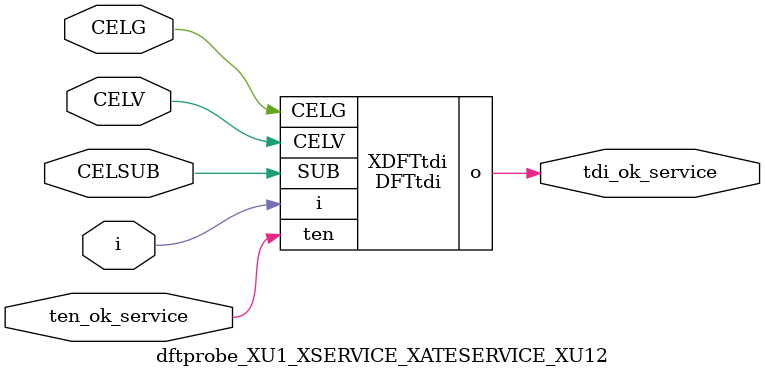
<source format=v>


module DFTtdi ( o, CELV, SUB, i, ten, CELG );

  input CELV;
  input ten;
  input i;
  output o;
  input CELG;
  input SUB;
endmodule


module dftprobe_XU1_XSERVICE_XATESERVICE_XU12 (i,tdi_ok_service,ten_ok_service,CELG,CELSUB,CELV);
input  i;
output  tdi_ok_service;
input  ten_ok_service;
input  CELG;
input  CELSUB;
input  CELV;

DFTtdi XDFTtdi(
  .i (i),
  .o (tdi_ok_service),
  .ten (ten_ok_service),
  .CELG (CELG),
  .SUB (CELSUB),
  .CELV (CELV)
);

endmodule


</source>
